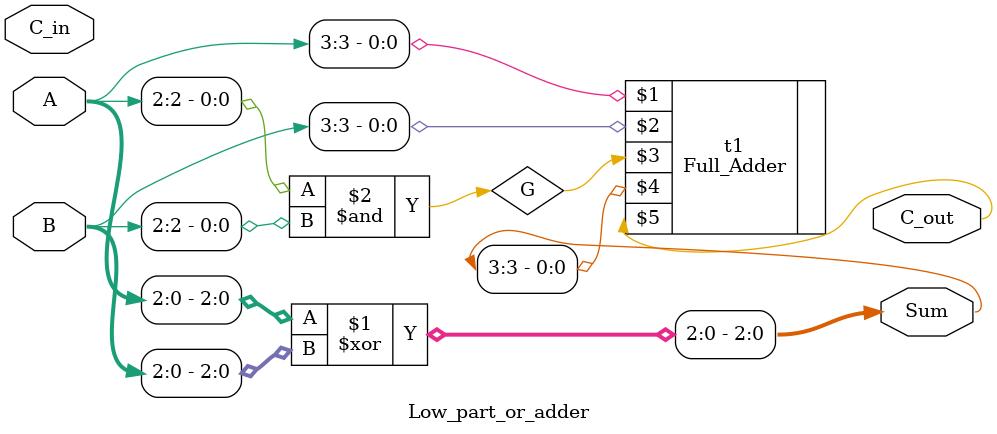
<source format=v>
`timescale 1ns / 1ps


module Low_part_or_adder#(parameter SIZE= 4)(A,B,C_in,Sum,C_out);
input [SIZE-1:0] A,B;
input C_in;
output [SIZE-1:0] Sum;
output C_out;
wire G;
assign Sum[SIZE-2:0]=A[SIZE-2:0]^B[SIZE-2:0];
assign G=A[SIZE-2]&B[SIZE-2];
Full_Adder t1(A[SIZE-1],B[SIZE-1],G,Sum[SIZE-1],C_out);

endmodule

</source>
